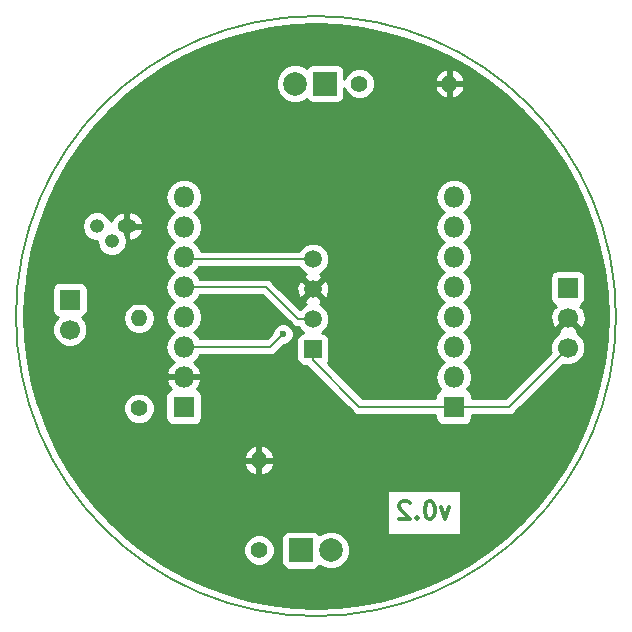
<source format=gbr>
%TF.GenerationSoftware,KiCad,Pcbnew,5.0.2+dfsg1-1~bpo9+1*%
%TF.CreationDate,2019-05-08T05:56:57+00:00*%
%TF.ProjectId,coinPCB,636f696e-5043-4422-9e6b-696361645f70,v0.2*%
%TF.SameCoordinates,Original*%
%TF.FileFunction,Copper,L2,Bot*%
%TF.FilePolarity,Positive*%
%FSLAX46Y46*%
G04 Gerber Fmt 4.6, Leading zero omitted, Abs format (unit mm)*
G04 Created by KiCad (PCBNEW 5.0.2+dfsg1-1~bpo9+1) date Wed 08 May 2019 05:56:57 AM UTC*
%MOMM*%
%LPD*%
G01*
G04 APERTURE LIST*
%ADD10C,0.300000*%
%ADD11C,0.150000*%
%ADD12C,1.700000*%
%ADD13R,1.700000X1.700000*%
%ADD14O,1.400000X1.400000*%
%ADD15C,1.400000*%
%ADD16O,1.200000X1.200000*%
%ADD17O,1.600000X1.200000*%
%ADD18C,1.500000*%
%ADD19R,1.500000X1.500000*%
%ADD20O,1.800000X1.800000*%
%ADD21R,1.800000X1.800000*%
%ADD22R,2.000000X2.000000*%
%ADD23C,2.000000*%
%ADD24C,0.600000*%
%ADD25C,0.200000*%
%ADD26C,0.127000*%
%ADD27C,0.250000*%
%ADD28C,0.254000*%
G04 APERTURE END LIST*
D10*
X152637857Y-119058571D02*
X152280714Y-120058571D01*
X151923571Y-119058571D01*
X151066428Y-118558571D02*
X150923571Y-118558571D01*
X150780714Y-118630000D01*
X150709285Y-118701428D01*
X150637857Y-118844285D01*
X150566428Y-119130000D01*
X150566428Y-119487142D01*
X150637857Y-119772857D01*
X150709285Y-119915714D01*
X150780714Y-119987142D01*
X150923571Y-120058571D01*
X151066428Y-120058571D01*
X151209285Y-119987142D01*
X151280714Y-119915714D01*
X151352142Y-119772857D01*
X151423571Y-119487142D01*
X151423571Y-119130000D01*
X151352142Y-118844285D01*
X151280714Y-118701428D01*
X151209285Y-118630000D01*
X151066428Y-118558571D01*
X149923571Y-119915714D02*
X149852142Y-119987142D01*
X149923571Y-120058571D01*
X149995000Y-119987142D01*
X149923571Y-119915714D01*
X149923571Y-120058571D01*
X149280714Y-118701428D02*
X149209285Y-118630000D01*
X149066428Y-118558571D01*
X148709285Y-118558571D01*
X148566428Y-118630000D01*
X148495000Y-118701428D01*
X148423571Y-118844285D01*
X148423571Y-118987142D01*
X148495000Y-119201428D01*
X149352142Y-120058571D01*
X148423571Y-120058571D01*
D11*
X166751000Y-102870000D02*
G75*
G03X166751000Y-102870000I-25400000J0D01*
G01*
D12*
X120523000Y-104013000D03*
D13*
X120523000Y-101473000D03*
D14*
X136525000Y-115062000D03*
D15*
X136525000Y-122682000D03*
D14*
X152654000Y-83185000D03*
D15*
X145034000Y-83185000D03*
D16*
X122809000Y-95250000D03*
X124079000Y-96520000D03*
D17*
X125349000Y-95250000D03*
D18*
X141097000Y-98044000D03*
X141097000Y-100584000D03*
X141097000Y-103124000D03*
D19*
X141097000Y-105664000D03*
D20*
X130157000Y-92774000D03*
X130157000Y-95314000D03*
X130157000Y-97854000D03*
X130157000Y-100394000D03*
X130157000Y-102934000D03*
X130157000Y-105474000D03*
X130157000Y-108014000D03*
D21*
X130157000Y-110554000D03*
D20*
X153017000Y-92774000D03*
X153017000Y-95314000D03*
X153017000Y-97854000D03*
X153017000Y-100394000D03*
X153017000Y-102934000D03*
X153017000Y-105474000D03*
X153017000Y-108014000D03*
D21*
X153017000Y-110554000D03*
D13*
X162662000Y-100482000D03*
D12*
X162687000Y-102997000D03*
X162687000Y-105537000D03*
D22*
X140081000Y-122682000D03*
D23*
X142621000Y-122682000D03*
D22*
X142113000Y-83185000D03*
D23*
X139573000Y-83185000D03*
D14*
X126365000Y-103060500D03*
D15*
X126365000Y-110680500D03*
D24*
X138557000Y-104394000D03*
D25*
X137477000Y-105474000D02*
X138557000Y-104394000D01*
X130157000Y-105474000D02*
X137477000Y-105474000D01*
D26*
X139827000Y-103124000D02*
X137097000Y-100394000D01*
X137097000Y-100394000D02*
X130157000Y-100394000D01*
X141097000Y-103124000D02*
X139827000Y-103124000D01*
X130347000Y-98044000D02*
X130157000Y-97854000D01*
X141097000Y-98044000D02*
X130347000Y-98044000D01*
D27*
X152827000Y-110744000D02*
X153017000Y-110554000D01*
D26*
X141097000Y-105664000D02*
X141097000Y-106541000D01*
D25*
X157670000Y-110554000D02*
X153017000Y-110554000D01*
X162687000Y-105537000D02*
X157670000Y-110554000D01*
X141097000Y-106614000D02*
X141097000Y-105664000D01*
X145037000Y-110554000D02*
X141097000Y-106614000D01*
X153017000Y-110554000D02*
X145037000Y-110554000D01*
D28*
G36*
X143288155Y-78256111D02*
X145213367Y-78483975D01*
X147114766Y-78862187D01*
X148980630Y-79388415D01*
X150799454Y-80059414D01*
X152560025Y-80871049D01*
X154251490Y-81818314D01*
X155863418Y-82895370D01*
X157385872Y-84095577D01*
X158809466Y-85411534D01*
X160125423Y-86835128D01*
X161325630Y-88357582D01*
X162402686Y-89969510D01*
X163349951Y-91660975D01*
X164161586Y-93421546D01*
X164832585Y-95240370D01*
X165358813Y-97106234D01*
X165737025Y-99007633D01*
X165964889Y-100932845D01*
X166041000Y-102870000D01*
X165964889Y-104807155D01*
X165737025Y-106732367D01*
X165358813Y-108633766D01*
X164832585Y-110499630D01*
X164161586Y-112318454D01*
X163349951Y-114079025D01*
X162402686Y-115770490D01*
X161325630Y-117382418D01*
X160125423Y-118904872D01*
X158809466Y-120328466D01*
X157385872Y-121644423D01*
X155863418Y-122844630D01*
X154251490Y-123921686D01*
X152560025Y-124868951D01*
X150799454Y-125680586D01*
X148980630Y-126351585D01*
X147114766Y-126877813D01*
X145213367Y-127256025D01*
X143288155Y-127483889D01*
X141351000Y-127560000D01*
X139413845Y-127483889D01*
X137488633Y-127256025D01*
X135587234Y-126877813D01*
X133721370Y-126351585D01*
X131902546Y-125680586D01*
X130141975Y-124868951D01*
X128450510Y-123921686D01*
X126838582Y-122844630D01*
X126295442Y-122416452D01*
X135190000Y-122416452D01*
X135190000Y-122947548D01*
X135393242Y-123438217D01*
X135768783Y-123813758D01*
X136259452Y-124017000D01*
X136790548Y-124017000D01*
X137281217Y-123813758D01*
X137656758Y-123438217D01*
X137860000Y-122947548D01*
X137860000Y-122416452D01*
X137656758Y-121925783D01*
X137412975Y-121682000D01*
X138433560Y-121682000D01*
X138433560Y-123682000D01*
X138482843Y-123929765D01*
X138623191Y-124139809D01*
X138833235Y-124280157D01*
X139081000Y-124329440D01*
X141081000Y-124329440D01*
X141328765Y-124280157D01*
X141538809Y-124139809D01*
X141630038Y-124003277D01*
X141694847Y-124068086D01*
X142295778Y-124317000D01*
X142946222Y-124317000D01*
X143547153Y-124068086D01*
X144007086Y-123608153D01*
X144256000Y-123007222D01*
X144256000Y-122356778D01*
X144007086Y-121755847D01*
X143547153Y-121295914D01*
X142946222Y-121047000D01*
X142295778Y-121047000D01*
X141694847Y-121295914D01*
X141630038Y-121360723D01*
X141538809Y-121224191D01*
X141328765Y-121083843D01*
X141081000Y-121034560D01*
X139081000Y-121034560D01*
X138833235Y-121083843D01*
X138623191Y-121224191D01*
X138482843Y-121434235D01*
X138433560Y-121682000D01*
X137412975Y-121682000D01*
X137281217Y-121550242D01*
X136790548Y-121347000D01*
X136259452Y-121347000D01*
X135768783Y-121550242D01*
X135393242Y-121925783D01*
X135190000Y-122416452D01*
X126295442Y-122416452D01*
X125316128Y-121644423D01*
X123892534Y-120328466D01*
X122576577Y-118904872D01*
X121540015Y-117590000D01*
X147352857Y-117590000D01*
X147352857Y-121410000D01*
X153637143Y-121410000D01*
X153637143Y-117590000D01*
X147352857Y-117590000D01*
X121540015Y-117590000D01*
X121376370Y-117382418D01*
X120299314Y-115770490D01*
X120089216Y-115395331D01*
X135232273Y-115395331D01*
X135458236Y-115864663D01*
X135846604Y-116211797D01*
X136191671Y-116354716D01*
X136398000Y-116231374D01*
X136398000Y-115189000D01*
X136652000Y-115189000D01*
X136652000Y-116231374D01*
X136858329Y-116354716D01*
X137203396Y-116211797D01*
X137591764Y-115864663D01*
X137817727Y-115395331D01*
X137695206Y-115189000D01*
X136652000Y-115189000D01*
X136398000Y-115189000D01*
X135354794Y-115189000D01*
X135232273Y-115395331D01*
X120089216Y-115395331D01*
X119715868Y-114728669D01*
X135232273Y-114728669D01*
X135354794Y-114935000D01*
X136398000Y-114935000D01*
X136398000Y-113892626D01*
X136652000Y-113892626D01*
X136652000Y-114935000D01*
X137695206Y-114935000D01*
X137817727Y-114728669D01*
X137591764Y-114259337D01*
X137203396Y-113912203D01*
X136858329Y-113769284D01*
X136652000Y-113892626D01*
X136398000Y-113892626D01*
X136191671Y-113769284D01*
X135846604Y-113912203D01*
X135458236Y-114259337D01*
X135232273Y-114728669D01*
X119715868Y-114728669D01*
X119352049Y-114079025D01*
X118540414Y-112318454D01*
X117869415Y-110499630D01*
X117845534Y-110414952D01*
X125030000Y-110414952D01*
X125030000Y-110946048D01*
X125233242Y-111436717D01*
X125608783Y-111812258D01*
X126099452Y-112015500D01*
X126630548Y-112015500D01*
X127121217Y-111812258D01*
X127496758Y-111436717D01*
X127700000Y-110946048D01*
X127700000Y-110414952D01*
X127496758Y-109924283D01*
X127226475Y-109654000D01*
X128609560Y-109654000D01*
X128609560Y-111454000D01*
X128658843Y-111701765D01*
X128799191Y-111911809D01*
X129009235Y-112052157D01*
X129257000Y-112101440D01*
X131057000Y-112101440D01*
X131304765Y-112052157D01*
X131514809Y-111911809D01*
X131655157Y-111701765D01*
X131704440Y-111454000D01*
X131704440Y-109654000D01*
X131655157Y-109406235D01*
X131514809Y-109196191D01*
X131304765Y-109055843D01*
X131253636Y-109045673D01*
X131469240Y-108810417D01*
X131648036Y-108378740D01*
X131527378Y-108141000D01*
X130284000Y-108141000D01*
X130284000Y-108161000D01*
X130030000Y-108161000D01*
X130030000Y-108141000D01*
X128786622Y-108141000D01*
X128665964Y-108378740D01*
X128844760Y-108810417D01*
X129060364Y-109045673D01*
X129009235Y-109055843D01*
X128799191Y-109196191D01*
X128658843Y-109406235D01*
X128609560Y-109654000D01*
X127226475Y-109654000D01*
X127121217Y-109548742D01*
X126630548Y-109345500D01*
X126099452Y-109345500D01*
X125608783Y-109548742D01*
X125233242Y-109924283D01*
X125030000Y-110414952D01*
X117845534Y-110414952D01*
X117343187Y-108633766D01*
X116964975Y-106732367D01*
X116737111Y-104807155D01*
X116661000Y-102870000D01*
X116737111Y-100932845D01*
X116773783Y-100623000D01*
X119025560Y-100623000D01*
X119025560Y-102323000D01*
X119074843Y-102570765D01*
X119215191Y-102780809D01*
X119425235Y-102921157D01*
X119499887Y-102936006D01*
X119264078Y-103171815D01*
X119038000Y-103717615D01*
X119038000Y-104308385D01*
X119264078Y-104854185D01*
X119681815Y-105271922D01*
X120227615Y-105498000D01*
X120818385Y-105498000D01*
X121364185Y-105271922D01*
X121781922Y-104854185D01*
X122008000Y-104308385D01*
X122008000Y-103717615D01*
X121781922Y-103171815D01*
X121670607Y-103060500D01*
X125003846Y-103060500D01*
X125107458Y-103581391D01*
X125402519Y-104022981D01*
X125844109Y-104318042D01*
X126233515Y-104395500D01*
X126496485Y-104395500D01*
X126885891Y-104318042D01*
X127327481Y-104022981D01*
X127622542Y-103581391D01*
X127726154Y-103060500D01*
X127622542Y-102539609D01*
X127327481Y-102098019D01*
X126885891Y-101802958D01*
X126496485Y-101725500D01*
X126233515Y-101725500D01*
X125844109Y-101802958D01*
X125402519Y-102098019D01*
X125107458Y-102539609D01*
X125003846Y-103060500D01*
X121670607Y-103060500D01*
X121546113Y-102936006D01*
X121620765Y-102921157D01*
X121830809Y-102780809D01*
X121971157Y-102570765D01*
X122020440Y-102323000D01*
X122020440Y-100623000D01*
X121971157Y-100375235D01*
X121830809Y-100165191D01*
X121620765Y-100024843D01*
X121373000Y-99975560D01*
X119673000Y-99975560D01*
X119425235Y-100024843D01*
X119215191Y-100165191D01*
X119074843Y-100375235D01*
X119025560Y-100623000D01*
X116773783Y-100623000D01*
X116964975Y-99007633D01*
X117343187Y-97106234D01*
X117866699Y-95250000D01*
X121549805Y-95250000D01*
X121645656Y-95731873D01*
X121918615Y-96140385D01*
X122327127Y-96413344D01*
X122687364Y-96485000D01*
X122826767Y-96485000D01*
X122819805Y-96520000D01*
X122915656Y-97001873D01*
X123188615Y-97410385D01*
X123597127Y-97683344D01*
X123957364Y-97755000D01*
X124200636Y-97755000D01*
X124560873Y-97683344D01*
X124969385Y-97410385D01*
X125242344Y-97001873D01*
X125338195Y-96520000D01*
X125242344Y-96038127D01*
X125222000Y-96007680D01*
X125222000Y-95377000D01*
X125476000Y-95377000D01*
X125476000Y-96329991D01*
X125670681Y-96484910D01*
X126133998Y-96344343D01*
X126508255Y-96037172D01*
X126736474Y-95610161D01*
X126742462Y-95567609D01*
X126617731Y-95377000D01*
X125476000Y-95377000D01*
X125222000Y-95377000D01*
X125202000Y-95377000D01*
X125202000Y-95123000D01*
X125222000Y-95123000D01*
X125222000Y-94170009D01*
X125476000Y-94170009D01*
X125476000Y-95123000D01*
X126617731Y-95123000D01*
X126742462Y-94932391D01*
X126736474Y-94889839D01*
X126508255Y-94462828D01*
X126133998Y-94155657D01*
X125670681Y-94015090D01*
X125476000Y-94170009D01*
X125222000Y-94170009D01*
X125027319Y-94015090D01*
X124564002Y-94155657D01*
X124189745Y-94462828D01*
X123987053Y-94842076D01*
X123972344Y-94768127D01*
X123699385Y-94359615D01*
X123290873Y-94086656D01*
X122930636Y-94015000D01*
X122687364Y-94015000D01*
X122327127Y-94086656D01*
X121918615Y-94359615D01*
X121645656Y-94768127D01*
X121549805Y-95250000D01*
X117866699Y-95250000D01*
X117869415Y-95240370D01*
X118540414Y-93421546D01*
X118838937Y-92774000D01*
X128591928Y-92774000D01*
X128711062Y-93372927D01*
X129050327Y-93880673D01*
X129294763Y-94044000D01*
X129050327Y-94207327D01*
X128711062Y-94715073D01*
X128591928Y-95314000D01*
X128711062Y-95912927D01*
X129050327Y-96420673D01*
X129294763Y-96584000D01*
X129050327Y-96747327D01*
X128711062Y-97255073D01*
X128591928Y-97854000D01*
X128711062Y-98452927D01*
X129050327Y-98960673D01*
X129294763Y-99124000D01*
X129050327Y-99287327D01*
X128711062Y-99795073D01*
X128591928Y-100394000D01*
X128711062Y-100992927D01*
X129050327Y-101500673D01*
X129294763Y-101664000D01*
X129050327Y-101827327D01*
X128711062Y-102335073D01*
X128591928Y-102934000D01*
X128711062Y-103532927D01*
X129050327Y-104040673D01*
X129294763Y-104204000D01*
X129050327Y-104367327D01*
X128711062Y-104875073D01*
X128591928Y-105474000D01*
X128711062Y-106072927D01*
X129050327Y-106580673D01*
X129304368Y-106750418D01*
X129249424Y-106776034D01*
X128844760Y-107217583D01*
X128665964Y-107649260D01*
X128786622Y-107887000D01*
X130030000Y-107887000D01*
X130030000Y-107867000D01*
X130284000Y-107867000D01*
X130284000Y-107887000D01*
X131527378Y-107887000D01*
X131648036Y-107649260D01*
X131469240Y-107217583D01*
X131064576Y-106776034D01*
X131009632Y-106750418D01*
X131263673Y-106580673D01*
X131512017Y-106209000D01*
X137404616Y-106209000D01*
X137477000Y-106223398D01*
X137549384Y-106209000D01*
X137549388Y-106209000D01*
X137763783Y-106166354D01*
X138006905Y-106003905D01*
X138047911Y-105942535D01*
X138661447Y-105329000D01*
X138742983Y-105329000D01*
X139086635Y-105186655D01*
X139349655Y-104923635D01*
X139492000Y-104579983D01*
X139492000Y-104208017D01*
X139349655Y-103864365D01*
X139086635Y-103601345D01*
X138742983Y-103459000D01*
X138371017Y-103459000D01*
X138027365Y-103601345D01*
X137764345Y-103864365D01*
X137622000Y-104208017D01*
X137622000Y-104289553D01*
X137172554Y-104739000D01*
X131512017Y-104739000D01*
X131263673Y-104367327D01*
X131019237Y-104204000D01*
X131263673Y-104040673D01*
X131602938Y-103532927D01*
X131722072Y-102934000D01*
X131602938Y-102335073D01*
X131263673Y-101827327D01*
X131019237Y-101664000D01*
X131263673Y-101500673D01*
X131536405Y-101092500D01*
X136807673Y-101092500D01*
X139284441Y-103569269D01*
X139323410Y-103627590D01*
X139554459Y-103781972D01*
X139758206Y-103822500D01*
X139758209Y-103822500D01*
X139826999Y-103836183D01*
X139887867Y-103824076D01*
X139922853Y-103908540D01*
X140291844Y-104277531D01*
X140099235Y-104315843D01*
X139889191Y-104456191D01*
X139748843Y-104666235D01*
X139699560Y-104914000D01*
X139699560Y-106414000D01*
X139748843Y-106661765D01*
X139889191Y-106871809D01*
X140099235Y-107012157D01*
X140347000Y-107061440D01*
X140511994Y-107061440D01*
X140567095Y-107143905D01*
X140628465Y-107184911D01*
X144466091Y-111022538D01*
X144507095Y-111083905D01*
X144750217Y-111246354D01*
X144964612Y-111289000D01*
X144964615Y-111289000D01*
X145036999Y-111303398D01*
X145109383Y-111289000D01*
X151469560Y-111289000D01*
X151469560Y-111454000D01*
X151518843Y-111701765D01*
X151659191Y-111911809D01*
X151869235Y-112052157D01*
X152117000Y-112101440D01*
X153917000Y-112101440D01*
X154164765Y-112052157D01*
X154374809Y-111911809D01*
X154515157Y-111701765D01*
X154564440Y-111454000D01*
X154564440Y-111289000D01*
X157597616Y-111289000D01*
X157670000Y-111303398D01*
X157742384Y-111289000D01*
X157742388Y-111289000D01*
X157956783Y-111246354D01*
X158199905Y-111083905D01*
X158240911Y-111022535D01*
X162285430Y-106978017D01*
X162391615Y-107022000D01*
X162982385Y-107022000D01*
X163528185Y-106795922D01*
X163945922Y-106378185D01*
X164172000Y-105832385D01*
X164172000Y-105241615D01*
X163945922Y-104695815D01*
X163528185Y-104278078D01*
X163481753Y-104258845D01*
X163551353Y-104040958D01*
X162687000Y-103176605D01*
X161822647Y-104040958D01*
X161892247Y-104258845D01*
X161845815Y-104278078D01*
X161428078Y-104695815D01*
X161202000Y-105241615D01*
X161202000Y-105832385D01*
X161245983Y-105938570D01*
X157365554Y-109819000D01*
X154564440Y-109819000D01*
X154564440Y-109654000D01*
X154515157Y-109406235D01*
X154374809Y-109196191D01*
X154166304Y-109056871D01*
X154462938Y-108612927D01*
X154582072Y-108014000D01*
X154462938Y-107415073D01*
X154123673Y-106907327D01*
X153879237Y-106744000D01*
X154123673Y-106580673D01*
X154462938Y-106072927D01*
X154582072Y-105474000D01*
X154462938Y-104875073D01*
X154123673Y-104367327D01*
X153879237Y-104204000D01*
X154123673Y-104040673D01*
X154462938Y-103532927D01*
X154582072Y-102934000D01*
X154462938Y-102335073D01*
X154123673Y-101827327D01*
X153879237Y-101664000D01*
X154123673Y-101500673D01*
X154462938Y-100992927D01*
X154582072Y-100394000D01*
X154462938Y-99795073D01*
X154353977Y-99632000D01*
X161164560Y-99632000D01*
X161164560Y-101332000D01*
X161213843Y-101579765D01*
X161354191Y-101789809D01*
X161564235Y-101930157D01*
X161607504Y-101938764D01*
X161528330Y-102017938D01*
X161643040Y-102132648D01*
X161391741Y-102212920D01*
X161190282Y-102768279D01*
X161216685Y-103358458D01*
X161391741Y-103781080D01*
X161643042Y-103861353D01*
X162507395Y-102997000D01*
X162493253Y-102982858D01*
X162672858Y-102803253D01*
X162687000Y-102817395D01*
X162701143Y-102803253D01*
X162880748Y-102982858D01*
X162866605Y-102997000D01*
X163730958Y-103861353D01*
X163982259Y-103781080D01*
X164183718Y-103225721D01*
X164157315Y-102635542D01*
X163982259Y-102212920D01*
X163730960Y-102132648D01*
X163845670Y-102017938D01*
X163758200Y-101930468D01*
X163759765Y-101930157D01*
X163969809Y-101789809D01*
X164110157Y-101579765D01*
X164159440Y-101332000D01*
X164159440Y-99632000D01*
X164110157Y-99384235D01*
X163969809Y-99174191D01*
X163759765Y-99033843D01*
X163512000Y-98984560D01*
X161812000Y-98984560D01*
X161564235Y-99033843D01*
X161354191Y-99174191D01*
X161213843Y-99384235D01*
X161164560Y-99632000D01*
X154353977Y-99632000D01*
X154123673Y-99287327D01*
X153879237Y-99124000D01*
X154123673Y-98960673D01*
X154462938Y-98452927D01*
X154582072Y-97854000D01*
X154462938Y-97255073D01*
X154123673Y-96747327D01*
X153879237Y-96584000D01*
X154123673Y-96420673D01*
X154462938Y-95912927D01*
X154582072Y-95314000D01*
X154462938Y-94715073D01*
X154123673Y-94207327D01*
X153879237Y-94044000D01*
X154123673Y-93880673D01*
X154462938Y-93372927D01*
X154582072Y-92774000D01*
X154462938Y-92175073D01*
X154123673Y-91667327D01*
X153615927Y-91328062D01*
X153168182Y-91239000D01*
X152865818Y-91239000D01*
X152418073Y-91328062D01*
X151910327Y-91667327D01*
X151571062Y-92175073D01*
X151451928Y-92774000D01*
X151571062Y-93372927D01*
X151910327Y-93880673D01*
X152154763Y-94044000D01*
X151910327Y-94207327D01*
X151571062Y-94715073D01*
X151451928Y-95314000D01*
X151571062Y-95912927D01*
X151910327Y-96420673D01*
X152154763Y-96584000D01*
X151910327Y-96747327D01*
X151571062Y-97255073D01*
X151451928Y-97854000D01*
X151571062Y-98452927D01*
X151910327Y-98960673D01*
X152154763Y-99124000D01*
X151910327Y-99287327D01*
X151571062Y-99795073D01*
X151451928Y-100394000D01*
X151571062Y-100992927D01*
X151910327Y-101500673D01*
X152154763Y-101664000D01*
X151910327Y-101827327D01*
X151571062Y-102335073D01*
X151451928Y-102934000D01*
X151571062Y-103532927D01*
X151910327Y-104040673D01*
X152154763Y-104204000D01*
X151910327Y-104367327D01*
X151571062Y-104875073D01*
X151451928Y-105474000D01*
X151571062Y-106072927D01*
X151910327Y-106580673D01*
X152154763Y-106744000D01*
X151910327Y-106907327D01*
X151571062Y-107415073D01*
X151451928Y-108014000D01*
X151571062Y-108612927D01*
X151867696Y-109056871D01*
X151659191Y-109196191D01*
X151518843Y-109406235D01*
X151469560Y-109654000D01*
X151469560Y-109819000D01*
X145341447Y-109819000D01*
X142340636Y-106818190D01*
X142445157Y-106661765D01*
X142494440Y-106414000D01*
X142494440Y-104914000D01*
X142445157Y-104666235D01*
X142304809Y-104456191D01*
X142094765Y-104315843D01*
X141902156Y-104277531D01*
X142271147Y-103908540D01*
X142482000Y-103399494D01*
X142482000Y-102848506D01*
X142271147Y-102339460D01*
X141881540Y-101949853D01*
X141666070Y-101860603D01*
X141820923Y-101796460D01*
X141888912Y-101555517D01*
X141097000Y-100763605D01*
X140305088Y-101555517D01*
X140373077Y-101796460D01*
X140539658Y-101855745D01*
X140312460Y-101949853D01*
X139976570Y-102285743D01*
X138069998Y-100379171D01*
X139699799Y-100379171D01*
X139727770Y-100929448D01*
X139884540Y-101307923D01*
X140125483Y-101375912D01*
X140917395Y-100584000D01*
X141276605Y-100584000D01*
X142068517Y-101375912D01*
X142309460Y-101307923D01*
X142494201Y-100788829D01*
X142466230Y-100238552D01*
X142309460Y-99860077D01*
X142068517Y-99792088D01*
X141276605Y-100584000D01*
X140917395Y-100584000D01*
X140125483Y-99792088D01*
X139884540Y-99860077D01*
X139699799Y-100379171D01*
X138069998Y-100379171D01*
X137639560Y-99948733D01*
X137600590Y-99890410D01*
X137369541Y-99736028D01*
X137165794Y-99695500D01*
X137165790Y-99695500D01*
X137097000Y-99681817D01*
X137028210Y-99695500D01*
X131536405Y-99695500D01*
X131263673Y-99287327D01*
X131019237Y-99124000D01*
X131263673Y-98960673D01*
X131409452Y-98742500D01*
X139887214Y-98742500D01*
X139922853Y-98828540D01*
X140312460Y-99218147D01*
X140527930Y-99307397D01*
X140373077Y-99371540D01*
X140305088Y-99612483D01*
X141097000Y-100404395D01*
X141888912Y-99612483D01*
X141820923Y-99371540D01*
X141654342Y-99312255D01*
X141881540Y-99218147D01*
X142271147Y-98828540D01*
X142482000Y-98319494D01*
X142482000Y-97768506D01*
X142271147Y-97259460D01*
X141881540Y-96869853D01*
X141372494Y-96659000D01*
X140821506Y-96659000D01*
X140312460Y-96869853D01*
X139922853Y-97259460D01*
X139887214Y-97345500D01*
X131620925Y-97345500D01*
X131602938Y-97255073D01*
X131263673Y-96747327D01*
X131019237Y-96584000D01*
X131263673Y-96420673D01*
X131602938Y-95912927D01*
X131722072Y-95314000D01*
X131602938Y-94715073D01*
X131263673Y-94207327D01*
X131019237Y-94044000D01*
X131263673Y-93880673D01*
X131602938Y-93372927D01*
X131722072Y-92774000D01*
X131602938Y-92175073D01*
X131263673Y-91667327D01*
X130755927Y-91328062D01*
X130308182Y-91239000D01*
X130005818Y-91239000D01*
X129558073Y-91328062D01*
X129050327Y-91667327D01*
X128711062Y-92175073D01*
X128591928Y-92774000D01*
X118838937Y-92774000D01*
X119352049Y-91660975D01*
X120299314Y-89969510D01*
X121376370Y-88357582D01*
X122576577Y-86835128D01*
X123892534Y-85411534D01*
X125316128Y-84095577D01*
X126838582Y-82895370D01*
X126891849Y-82859778D01*
X137938000Y-82859778D01*
X137938000Y-83510222D01*
X138186914Y-84111153D01*
X138646847Y-84571086D01*
X139247778Y-84820000D01*
X139898222Y-84820000D01*
X140499153Y-84571086D01*
X140563962Y-84506277D01*
X140655191Y-84642809D01*
X140865235Y-84783157D01*
X141113000Y-84832440D01*
X143113000Y-84832440D01*
X143360765Y-84783157D01*
X143570809Y-84642809D01*
X143711157Y-84432765D01*
X143760440Y-84185000D01*
X143760440Y-83598877D01*
X143902242Y-83941217D01*
X144277783Y-84316758D01*
X144768452Y-84520000D01*
X145299548Y-84520000D01*
X145790217Y-84316758D01*
X146165758Y-83941217D01*
X146340924Y-83518329D01*
X151361284Y-83518329D01*
X151504203Y-83863396D01*
X151851337Y-84251764D01*
X152320669Y-84477727D01*
X152527000Y-84355206D01*
X152527000Y-83312000D01*
X152781000Y-83312000D01*
X152781000Y-84355206D01*
X152987331Y-84477727D01*
X153456663Y-84251764D01*
X153803797Y-83863396D01*
X153946716Y-83518329D01*
X153823374Y-83312000D01*
X152781000Y-83312000D01*
X152527000Y-83312000D01*
X151484626Y-83312000D01*
X151361284Y-83518329D01*
X146340924Y-83518329D01*
X146369000Y-83450548D01*
X146369000Y-82919452D01*
X146340925Y-82851671D01*
X151361284Y-82851671D01*
X151484626Y-83058000D01*
X152527000Y-83058000D01*
X152527000Y-82014794D01*
X152781000Y-82014794D01*
X152781000Y-83058000D01*
X153823374Y-83058000D01*
X153946716Y-82851671D01*
X153803797Y-82506604D01*
X153456663Y-82118236D01*
X152987331Y-81892273D01*
X152781000Y-82014794D01*
X152527000Y-82014794D01*
X152320669Y-81892273D01*
X151851337Y-82118236D01*
X151504203Y-82506604D01*
X151361284Y-82851671D01*
X146340925Y-82851671D01*
X146165758Y-82428783D01*
X145790217Y-82053242D01*
X145299548Y-81850000D01*
X144768452Y-81850000D01*
X144277783Y-82053242D01*
X143902242Y-82428783D01*
X143760440Y-82771123D01*
X143760440Y-82185000D01*
X143711157Y-81937235D01*
X143570809Y-81727191D01*
X143360765Y-81586843D01*
X143113000Y-81537560D01*
X141113000Y-81537560D01*
X140865235Y-81586843D01*
X140655191Y-81727191D01*
X140563962Y-81863723D01*
X140499153Y-81798914D01*
X139898222Y-81550000D01*
X139247778Y-81550000D01*
X138646847Y-81798914D01*
X138186914Y-82258847D01*
X137938000Y-82859778D01*
X126891849Y-82859778D01*
X128450510Y-81818314D01*
X130141975Y-80871049D01*
X131902546Y-80059414D01*
X133721370Y-79388415D01*
X135587234Y-78862187D01*
X137488633Y-78483975D01*
X139413845Y-78256111D01*
X141351000Y-78180000D01*
X143288155Y-78256111D01*
X143288155Y-78256111D01*
G37*
X143288155Y-78256111D02*
X145213367Y-78483975D01*
X147114766Y-78862187D01*
X148980630Y-79388415D01*
X150799454Y-80059414D01*
X152560025Y-80871049D01*
X154251490Y-81818314D01*
X155863418Y-82895370D01*
X157385872Y-84095577D01*
X158809466Y-85411534D01*
X160125423Y-86835128D01*
X161325630Y-88357582D01*
X162402686Y-89969510D01*
X163349951Y-91660975D01*
X164161586Y-93421546D01*
X164832585Y-95240370D01*
X165358813Y-97106234D01*
X165737025Y-99007633D01*
X165964889Y-100932845D01*
X166041000Y-102870000D01*
X165964889Y-104807155D01*
X165737025Y-106732367D01*
X165358813Y-108633766D01*
X164832585Y-110499630D01*
X164161586Y-112318454D01*
X163349951Y-114079025D01*
X162402686Y-115770490D01*
X161325630Y-117382418D01*
X160125423Y-118904872D01*
X158809466Y-120328466D01*
X157385872Y-121644423D01*
X155863418Y-122844630D01*
X154251490Y-123921686D01*
X152560025Y-124868951D01*
X150799454Y-125680586D01*
X148980630Y-126351585D01*
X147114766Y-126877813D01*
X145213367Y-127256025D01*
X143288155Y-127483889D01*
X141351000Y-127560000D01*
X139413845Y-127483889D01*
X137488633Y-127256025D01*
X135587234Y-126877813D01*
X133721370Y-126351585D01*
X131902546Y-125680586D01*
X130141975Y-124868951D01*
X128450510Y-123921686D01*
X126838582Y-122844630D01*
X126295442Y-122416452D01*
X135190000Y-122416452D01*
X135190000Y-122947548D01*
X135393242Y-123438217D01*
X135768783Y-123813758D01*
X136259452Y-124017000D01*
X136790548Y-124017000D01*
X137281217Y-123813758D01*
X137656758Y-123438217D01*
X137860000Y-122947548D01*
X137860000Y-122416452D01*
X137656758Y-121925783D01*
X137412975Y-121682000D01*
X138433560Y-121682000D01*
X138433560Y-123682000D01*
X138482843Y-123929765D01*
X138623191Y-124139809D01*
X138833235Y-124280157D01*
X139081000Y-124329440D01*
X141081000Y-124329440D01*
X141328765Y-124280157D01*
X141538809Y-124139809D01*
X141630038Y-124003277D01*
X141694847Y-124068086D01*
X142295778Y-124317000D01*
X142946222Y-124317000D01*
X143547153Y-124068086D01*
X144007086Y-123608153D01*
X144256000Y-123007222D01*
X144256000Y-122356778D01*
X144007086Y-121755847D01*
X143547153Y-121295914D01*
X142946222Y-121047000D01*
X142295778Y-121047000D01*
X141694847Y-121295914D01*
X141630038Y-121360723D01*
X141538809Y-121224191D01*
X141328765Y-121083843D01*
X141081000Y-121034560D01*
X139081000Y-121034560D01*
X138833235Y-121083843D01*
X138623191Y-121224191D01*
X138482843Y-121434235D01*
X138433560Y-121682000D01*
X137412975Y-121682000D01*
X137281217Y-121550242D01*
X136790548Y-121347000D01*
X136259452Y-121347000D01*
X135768783Y-121550242D01*
X135393242Y-121925783D01*
X135190000Y-122416452D01*
X126295442Y-122416452D01*
X125316128Y-121644423D01*
X123892534Y-120328466D01*
X122576577Y-118904872D01*
X121540015Y-117590000D01*
X147352857Y-117590000D01*
X147352857Y-121410000D01*
X153637143Y-121410000D01*
X153637143Y-117590000D01*
X147352857Y-117590000D01*
X121540015Y-117590000D01*
X121376370Y-117382418D01*
X120299314Y-115770490D01*
X120089216Y-115395331D01*
X135232273Y-115395331D01*
X135458236Y-115864663D01*
X135846604Y-116211797D01*
X136191671Y-116354716D01*
X136398000Y-116231374D01*
X136398000Y-115189000D01*
X136652000Y-115189000D01*
X136652000Y-116231374D01*
X136858329Y-116354716D01*
X137203396Y-116211797D01*
X137591764Y-115864663D01*
X137817727Y-115395331D01*
X137695206Y-115189000D01*
X136652000Y-115189000D01*
X136398000Y-115189000D01*
X135354794Y-115189000D01*
X135232273Y-115395331D01*
X120089216Y-115395331D01*
X119715868Y-114728669D01*
X135232273Y-114728669D01*
X135354794Y-114935000D01*
X136398000Y-114935000D01*
X136398000Y-113892626D01*
X136652000Y-113892626D01*
X136652000Y-114935000D01*
X137695206Y-114935000D01*
X137817727Y-114728669D01*
X137591764Y-114259337D01*
X137203396Y-113912203D01*
X136858329Y-113769284D01*
X136652000Y-113892626D01*
X136398000Y-113892626D01*
X136191671Y-113769284D01*
X135846604Y-113912203D01*
X135458236Y-114259337D01*
X135232273Y-114728669D01*
X119715868Y-114728669D01*
X119352049Y-114079025D01*
X118540414Y-112318454D01*
X117869415Y-110499630D01*
X117845534Y-110414952D01*
X125030000Y-110414952D01*
X125030000Y-110946048D01*
X125233242Y-111436717D01*
X125608783Y-111812258D01*
X126099452Y-112015500D01*
X126630548Y-112015500D01*
X127121217Y-111812258D01*
X127496758Y-111436717D01*
X127700000Y-110946048D01*
X127700000Y-110414952D01*
X127496758Y-109924283D01*
X127226475Y-109654000D01*
X128609560Y-109654000D01*
X128609560Y-111454000D01*
X128658843Y-111701765D01*
X128799191Y-111911809D01*
X129009235Y-112052157D01*
X129257000Y-112101440D01*
X131057000Y-112101440D01*
X131304765Y-112052157D01*
X131514809Y-111911809D01*
X131655157Y-111701765D01*
X131704440Y-111454000D01*
X131704440Y-109654000D01*
X131655157Y-109406235D01*
X131514809Y-109196191D01*
X131304765Y-109055843D01*
X131253636Y-109045673D01*
X131469240Y-108810417D01*
X131648036Y-108378740D01*
X131527378Y-108141000D01*
X130284000Y-108141000D01*
X130284000Y-108161000D01*
X130030000Y-108161000D01*
X130030000Y-108141000D01*
X128786622Y-108141000D01*
X128665964Y-108378740D01*
X128844760Y-108810417D01*
X129060364Y-109045673D01*
X129009235Y-109055843D01*
X128799191Y-109196191D01*
X128658843Y-109406235D01*
X128609560Y-109654000D01*
X127226475Y-109654000D01*
X127121217Y-109548742D01*
X126630548Y-109345500D01*
X126099452Y-109345500D01*
X125608783Y-109548742D01*
X125233242Y-109924283D01*
X125030000Y-110414952D01*
X117845534Y-110414952D01*
X117343187Y-108633766D01*
X116964975Y-106732367D01*
X116737111Y-104807155D01*
X116661000Y-102870000D01*
X116737111Y-100932845D01*
X116773783Y-100623000D01*
X119025560Y-100623000D01*
X119025560Y-102323000D01*
X119074843Y-102570765D01*
X119215191Y-102780809D01*
X119425235Y-102921157D01*
X119499887Y-102936006D01*
X119264078Y-103171815D01*
X119038000Y-103717615D01*
X119038000Y-104308385D01*
X119264078Y-104854185D01*
X119681815Y-105271922D01*
X120227615Y-105498000D01*
X120818385Y-105498000D01*
X121364185Y-105271922D01*
X121781922Y-104854185D01*
X122008000Y-104308385D01*
X122008000Y-103717615D01*
X121781922Y-103171815D01*
X121670607Y-103060500D01*
X125003846Y-103060500D01*
X125107458Y-103581391D01*
X125402519Y-104022981D01*
X125844109Y-104318042D01*
X126233515Y-104395500D01*
X126496485Y-104395500D01*
X126885891Y-104318042D01*
X127327481Y-104022981D01*
X127622542Y-103581391D01*
X127726154Y-103060500D01*
X127622542Y-102539609D01*
X127327481Y-102098019D01*
X126885891Y-101802958D01*
X126496485Y-101725500D01*
X126233515Y-101725500D01*
X125844109Y-101802958D01*
X125402519Y-102098019D01*
X125107458Y-102539609D01*
X125003846Y-103060500D01*
X121670607Y-103060500D01*
X121546113Y-102936006D01*
X121620765Y-102921157D01*
X121830809Y-102780809D01*
X121971157Y-102570765D01*
X122020440Y-102323000D01*
X122020440Y-100623000D01*
X121971157Y-100375235D01*
X121830809Y-100165191D01*
X121620765Y-100024843D01*
X121373000Y-99975560D01*
X119673000Y-99975560D01*
X119425235Y-100024843D01*
X119215191Y-100165191D01*
X119074843Y-100375235D01*
X119025560Y-100623000D01*
X116773783Y-100623000D01*
X116964975Y-99007633D01*
X117343187Y-97106234D01*
X117866699Y-95250000D01*
X121549805Y-95250000D01*
X121645656Y-95731873D01*
X121918615Y-96140385D01*
X122327127Y-96413344D01*
X122687364Y-96485000D01*
X122826767Y-96485000D01*
X122819805Y-96520000D01*
X122915656Y-97001873D01*
X123188615Y-97410385D01*
X123597127Y-97683344D01*
X123957364Y-97755000D01*
X124200636Y-97755000D01*
X124560873Y-97683344D01*
X124969385Y-97410385D01*
X125242344Y-97001873D01*
X125338195Y-96520000D01*
X125242344Y-96038127D01*
X125222000Y-96007680D01*
X125222000Y-95377000D01*
X125476000Y-95377000D01*
X125476000Y-96329991D01*
X125670681Y-96484910D01*
X126133998Y-96344343D01*
X126508255Y-96037172D01*
X126736474Y-95610161D01*
X126742462Y-95567609D01*
X126617731Y-95377000D01*
X125476000Y-95377000D01*
X125222000Y-95377000D01*
X125202000Y-95377000D01*
X125202000Y-95123000D01*
X125222000Y-95123000D01*
X125222000Y-94170009D01*
X125476000Y-94170009D01*
X125476000Y-95123000D01*
X126617731Y-95123000D01*
X126742462Y-94932391D01*
X126736474Y-94889839D01*
X126508255Y-94462828D01*
X126133998Y-94155657D01*
X125670681Y-94015090D01*
X125476000Y-94170009D01*
X125222000Y-94170009D01*
X125027319Y-94015090D01*
X124564002Y-94155657D01*
X124189745Y-94462828D01*
X123987053Y-94842076D01*
X123972344Y-94768127D01*
X123699385Y-94359615D01*
X123290873Y-94086656D01*
X122930636Y-94015000D01*
X122687364Y-94015000D01*
X122327127Y-94086656D01*
X121918615Y-94359615D01*
X121645656Y-94768127D01*
X121549805Y-95250000D01*
X117866699Y-95250000D01*
X117869415Y-95240370D01*
X118540414Y-93421546D01*
X118838937Y-92774000D01*
X128591928Y-92774000D01*
X128711062Y-93372927D01*
X129050327Y-93880673D01*
X129294763Y-94044000D01*
X129050327Y-94207327D01*
X128711062Y-94715073D01*
X128591928Y-95314000D01*
X128711062Y-95912927D01*
X129050327Y-96420673D01*
X129294763Y-96584000D01*
X129050327Y-96747327D01*
X128711062Y-97255073D01*
X128591928Y-97854000D01*
X128711062Y-98452927D01*
X129050327Y-98960673D01*
X129294763Y-99124000D01*
X129050327Y-99287327D01*
X128711062Y-99795073D01*
X128591928Y-100394000D01*
X128711062Y-100992927D01*
X129050327Y-101500673D01*
X129294763Y-101664000D01*
X129050327Y-101827327D01*
X128711062Y-102335073D01*
X128591928Y-102934000D01*
X128711062Y-103532927D01*
X129050327Y-104040673D01*
X129294763Y-104204000D01*
X129050327Y-104367327D01*
X128711062Y-104875073D01*
X128591928Y-105474000D01*
X128711062Y-106072927D01*
X129050327Y-106580673D01*
X129304368Y-106750418D01*
X129249424Y-106776034D01*
X128844760Y-107217583D01*
X128665964Y-107649260D01*
X128786622Y-107887000D01*
X130030000Y-107887000D01*
X130030000Y-107867000D01*
X130284000Y-107867000D01*
X130284000Y-107887000D01*
X131527378Y-107887000D01*
X131648036Y-107649260D01*
X131469240Y-107217583D01*
X131064576Y-106776034D01*
X131009632Y-106750418D01*
X131263673Y-106580673D01*
X131512017Y-106209000D01*
X137404616Y-106209000D01*
X137477000Y-106223398D01*
X137549384Y-106209000D01*
X137549388Y-106209000D01*
X137763783Y-106166354D01*
X138006905Y-106003905D01*
X138047911Y-105942535D01*
X138661447Y-105329000D01*
X138742983Y-105329000D01*
X139086635Y-105186655D01*
X139349655Y-104923635D01*
X139492000Y-104579983D01*
X139492000Y-104208017D01*
X139349655Y-103864365D01*
X139086635Y-103601345D01*
X138742983Y-103459000D01*
X138371017Y-103459000D01*
X138027365Y-103601345D01*
X137764345Y-103864365D01*
X137622000Y-104208017D01*
X137622000Y-104289553D01*
X137172554Y-104739000D01*
X131512017Y-104739000D01*
X131263673Y-104367327D01*
X131019237Y-104204000D01*
X131263673Y-104040673D01*
X131602938Y-103532927D01*
X131722072Y-102934000D01*
X131602938Y-102335073D01*
X131263673Y-101827327D01*
X131019237Y-101664000D01*
X131263673Y-101500673D01*
X131536405Y-101092500D01*
X136807673Y-101092500D01*
X139284441Y-103569269D01*
X139323410Y-103627590D01*
X139554459Y-103781972D01*
X139758206Y-103822500D01*
X139758209Y-103822500D01*
X139826999Y-103836183D01*
X139887867Y-103824076D01*
X139922853Y-103908540D01*
X140291844Y-104277531D01*
X140099235Y-104315843D01*
X139889191Y-104456191D01*
X139748843Y-104666235D01*
X139699560Y-104914000D01*
X139699560Y-106414000D01*
X139748843Y-106661765D01*
X139889191Y-106871809D01*
X140099235Y-107012157D01*
X140347000Y-107061440D01*
X140511994Y-107061440D01*
X140567095Y-107143905D01*
X140628465Y-107184911D01*
X144466091Y-111022538D01*
X144507095Y-111083905D01*
X144750217Y-111246354D01*
X144964612Y-111289000D01*
X144964615Y-111289000D01*
X145036999Y-111303398D01*
X145109383Y-111289000D01*
X151469560Y-111289000D01*
X151469560Y-111454000D01*
X151518843Y-111701765D01*
X151659191Y-111911809D01*
X151869235Y-112052157D01*
X152117000Y-112101440D01*
X153917000Y-112101440D01*
X154164765Y-112052157D01*
X154374809Y-111911809D01*
X154515157Y-111701765D01*
X154564440Y-111454000D01*
X154564440Y-111289000D01*
X157597616Y-111289000D01*
X157670000Y-111303398D01*
X157742384Y-111289000D01*
X157742388Y-111289000D01*
X157956783Y-111246354D01*
X158199905Y-111083905D01*
X158240911Y-111022535D01*
X162285430Y-106978017D01*
X162391615Y-107022000D01*
X162982385Y-107022000D01*
X163528185Y-106795922D01*
X163945922Y-106378185D01*
X164172000Y-105832385D01*
X164172000Y-105241615D01*
X163945922Y-104695815D01*
X163528185Y-104278078D01*
X163481753Y-104258845D01*
X163551353Y-104040958D01*
X162687000Y-103176605D01*
X161822647Y-104040958D01*
X161892247Y-104258845D01*
X161845815Y-104278078D01*
X161428078Y-104695815D01*
X161202000Y-105241615D01*
X161202000Y-105832385D01*
X161245983Y-105938570D01*
X157365554Y-109819000D01*
X154564440Y-109819000D01*
X154564440Y-109654000D01*
X154515157Y-109406235D01*
X154374809Y-109196191D01*
X154166304Y-109056871D01*
X154462938Y-108612927D01*
X154582072Y-108014000D01*
X154462938Y-107415073D01*
X154123673Y-106907327D01*
X153879237Y-106744000D01*
X154123673Y-106580673D01*
X154462938Y-106072927D01*
X154582072Y-105474000D01*
X154462938Y-104875073D01*
X154123673Y-104367327D01*
X153879237Y-104204000D01*
X154123673Y-104040673D01*
X154462938Y-103532927D01*
X154582072Y-102934000D01*
X154462938Y-102335073D01*
X154123673Y-101827327D01*
X153879237Y-101664000D01*
X154123673Y-101500673D01*
X154462938Y-100992927D01*
X154582072Y-100394000D01*
X154462938Y-99795073D01*
X154353977Y-99632000D01*
X161164560Y-99632000D01*
X161164560Y-101332000D01*
X161213843Y-101579765D01*
X161354191Y-101789809D01*
X161564235Y-101930157D01*
X161607504Y-101938764D01*
X161528330Y-102017938D01*
X161643040Y-102132648D01*
X161391741Y-102212920D01*
X161190282Y-102768279D01*
X161216685Y-103358458D01*
X161391741Y-103781080D01*
X161643042Y-103861353D01*
X162507395Y-102997000D01*
X162493253Y-102982858D01*
X162672858Y-102803253D01*
X162687000Y-102817395D01*
X162701143Y-102803253D01*
X162880748Y-102982858D01*
X162866605Y-102997000D01*
X163730958Y-103861353D01*
X163982259Y-103781080D01*
X164183718Y-103225721D01*
X164157315Y-102635542D01*
X163982259Y-102212920D01*
X163730960Y-102132648D01*
X163845670Y-102017938D01*
X163758200Y-101930468D01*
X163759765Y-101930157D01*
X163969809Y-101789809D01*
X164110157Y-101579765D01*
X164159440Y-101332000D01*
X164159440Y-99632000D01*
X164110157Y-99384235D01*
X163969809Y-99174191D01*
X163759765Y-99033843D01*
X163512000Y-98984560D01*
X161812000Y-98984560D01*
X161564235Y-99033843D01*
X161354191Y-99174191D01*
X161213843Y-99384235D01*
X161164560Y-99632000D01*
X154353977Y-99632000D01*
X154123673Y-99287327D01*
X153879237Y-99124000D01*
X154123673Y-98960673D01*
X154462938Y-98452927D01*
X154582072Y-97854000D01*
X154462938Y-97255073D01*
X154123673Y-96747327D01*
X153879237Y-96584000D01*
X154123673Y-96420673D01*
X154462938Y-95912927D01*
X154582072Y-95314000D01*
X154462938Y-94715073D01*
X154123673Y-94207327D01*
X153879237Y-94044000D01*
X154123673Y-93880673D01*
X154462938Y-93372927D01*
X154582072Y-92774000D01*
X154462938Y-92175073D01*
X154123673Y-91667327D01*
X153615927Y-91328062D01*
X153168182Y-91239000D01*
X152865818Y-91239000D01*
X152418073Y-91328062D01*
X151910327Y-91667327D01*
X151571062Y-92175073D01*
X151451928Y-92774000D01*
X151571062Y-93372927D01*
X151910327Y-93880673D01*
X152154763Y-94044000D01*
X151910327Y-94207327D01*
X151571062Y-94715073D01*
X151451928Y-95314000D01*
X151571062Y-95912927D01*
X151910327Y-96420673D01*
X152154763Y-96584000D01*
X151910327Y-96747327D01*
X151571062Y-97255073D01*
X151451928Y-97854000D01*
X151571062Y-98452927D01*
X151910327Y-98960673D01*
X152154763Y-99124000D01*
X151910327Y-99287327D01*
X151571062Y-99795073D01*
X151451928Y-100394000D01*
X151571062Y-100992927D01*
X151910327Y-101500673D01*
X152154763Y-101664000D01*
X151910327Y-101827327D01*
X151571062Y-102335073D01*
X151451928Y-102934000D01*
X151571062Y-103532927D01*
X151910327Y-104040673D01*
X152154763Y-104204000D01*
X151910327Y-104367327D01*
X151571062Y-104875073D01*
X151451928Y-105474000D01*
X151571062Y-106072927D01*
X151910327Y-106580673D01*
X152154763Y-106744000D01*
X151910327Y-106907327D01*
X151571062Y-107415073D01*
X151451928Y-108014000D01*
X151571062Y-108612927D01*
X151867696Y-109056871D01*
X151659191Y-109196191D01*
X151518843Y-109406235D01*
X151469560Y-109654000D01*
X151469560Y-109819000D01*
X145341447Y-109819000D01*
X142340636Y-106818190D01*
X142445157Y-106661765D01*
X142494440Y-106414000D01*
X142494440Y-104914000D01*
X142445157Y-104666235D01*
X142304809Y-104456191D01*
X142094765Y-104315843D01*
X141902156Y-104277531D01*
X142271147Y-103908540D01*
X142482000Y-103399494D01*
X142482000Y-102848506D01*
X142271147Y-102339460D01*
X141881540Y-101949853D01*
X141666070Y-101860603D01*
X141820923Y-101796460D01*
X141888912Y-101555517D01*
X141097000Y-100763605D01*
X140305088Y-101555517D01*
X140373077Y-101796460D01*
X140539658Y-101855745D01*
X140312460Y-101949853D01*
X139976570Y-102285743D01*
X138069998Y-100379171D01*
X139699799Y-100379171D01*
X139727770Y-100929448D01*
X139884540Y-101307923D01*
X140125483Y-101375912D01*
X140917395Y-100584000D01*
X141276605Y-100584000D01*
X142068517Y-101375912D01*
X142309460Y-101307923D01*
X142494201Y-100788829D01*
X142466230Y-100238552D01*
X142309460Y-99860077D01*
X142068517Y-99792088D01*
X141276605Y-100584000D01*
X140917395Y-100584000D01*
X140125483Y-99792088D01*
X139884540Y-99860077D01*
X139699799Y-100379171D01*
X138069998Y-100379171D01*
X137639560Y-99948733D01*
X137600590Y-99890410D01*
X137369541Y-99736028D01*
X137165794Y-99695500D01*
X137165790Y-99695500D01*
X137097000Y-99681817D01*
X137028210Y-99695500D01*
X131536405Y-99695500D01*
X131263673Y-99287327D01*
X131019237Y-99124000D01*
X131263673Y-98960673D01*
X131409452Y-98742500D01*
X139887214Y-98742500D01*
X139922853Y-98828540D01*
X140312460Y-99218147D01*
X140527930Y-99307397D01*
X140373077Y-99371540D01*
X140305088Y-99612483D01*
X141097000Y-100404395D01*
X141888912Y-99612483D01*
X141820923Y-99371540D01*
X141654342Y-99312255D01*
X141881540Y-99218147D01*
X142271147Y-98828540D01*
X142482000Y-98319494D01*
X142482000Y-97768506D01*
X142271147Y-97259460D01*
X141881540Y-96869853D01*
X141372494Y-96659000D01*
X140821506Y-96659000D01*
X140312460Y-96869853D01*
X139922853Y-97259460D01*
X139887214Y-97345500D01*
X131620925Y-97345500D01*
X131602938Y-97255073D01*
X131263673Y-96747327D01*
X131019237Y-96584000D01*
X131263673Y-96420673D01*
X131602938Y-95912927D01*
X131722072Y-95314000D01*
X131602938Y-94715073D01*
X131263673Y-94207327D01*
X131019237Y-94044000D01*
X131263673Y-93880673D01*
X131602938Y-93372927D01*
X131722072Y-92774000D01*
X131602938Y-92175073D01*
X131263673Y-91667327D01*
X130755927Y-91328062D01*
X130308182Y-91239000D01*
X130005818Y-91239000D01*
X129558073Y-91328062D01*
X129050327Y-91667327D01*
X128711062Y-92175073D01*
X128591928Y-92774000D01*
X118838937Y-92774000D01*
X119352049Y-91660975D01*
X120299314Y-89969510D01*
X121376370Y-88357582D01*
X122576577Y-86835128D01*
X123892534Y-85411534D01*
X125316128Y-84095577D01*
X126838582Y-82895370D01*
X126891849Y-82859778D01*
X137938000Y-82859778D01*
X137938000Y-83510222D01*
X138186914Y-84111153D01*
X138646847Y-84571086D01*
X139247778Y-84820000D01*
X139898222Y-84820000D01*
X140499153Y-84571086D01*
X140563962Y-84506277D01*
X140655191Y-84642809D01*
X140865235Y-84783157D01*
X141113000Y-84832440D01*
X143113000Y-84832440D01*
X143360765Y-84783157D01*
X143570809Y-84642809D01*
X143711157Y-84432765D01*
X143760440Y-84185000D01*
X143760440Y-83598877D01*
X143902242Y-83941217D01*
X144277783Y-84316758D01*
X144768452Y-84520000D01*
X145299548Y-84520000D01*
X145790217Y-84316758D01*
X146165758Y-83941217D01*
X146340924Y-83518329D01*
X151361284Y-83518329D01*
X151504203Y-83863396D01*
X151851337Y-84251764D01*
X152320669Y-84477727D01*
X152527000Y-84355206D01*
X152527000Y-83312000D01*
X152781000Y-83312000D01*
X152781000Y-84355206D01*
X152987331Y-84477727D01*
X153456663Y-84251764D01*
X153803797Y-83863396D01*
X153946716Y-83518329D01*
X153823374Y-83312000D01*
X152781000Y-83312000D01*
X152527000Y-83312000D01*
X151484626Y-83312000D01*
X151361284Y-83518329D01*
X146340924Y-83518329D01*
X146369000Y-83450548D01*
X146369000Y-82919452D01*
X146340925Y-82851671D01*
X151361284Y-82851671D01*
X151484626Y-83058000D01*
X152527000Y-83058000D01*
X152527000Y-82014794D01*
X152781000Y-82014794D01*
X152781000Y-83058000D01*
X153823374Y-83058000D01*
X153946716Y-82851671D01*
X153803797Y-82506604D01*
X153456663Y-82118236D01*
X152987331Y-81892273D01*
X152781000Y-82014794D01*
X152527000Y-82014794D01*
X152320669Y-81892273D01*
X151851337Y-82118236D01*
X151504203Y-82506604D01*
X151361284Y-82851671D01*
X146340925Y-82851671D01*
X146165758Y-82428783D01*
X145790217Y-82053242D01*
X145299548Y-81850000D01*
X144768452Y-81850000D01*
X144277783Y-82053242D01*
X143902242Y-82428783D01*
X143760440Y-82771123D01*
X143760440Y-82185000D01*
X143711157Y-81937235D01*
X143570809Y-81727191D01*
X143360765Y-81586843D01*
X143113000Y-81537560D01*
X141113000Y-81537560D01*
X140865235Y-81586843D01*
X140655191Y-81727191D01*
X140563962Y-81863723D01*
X140499153Y-81798914D01*
X139898222Y-81550000D01*
X139247778Y-81550000D01*
X138646847Y-81798914D01*
X138186914Y-82258847D01*
X137938000Y-82859778D01*
X126891849Y-82859778D01*
X128450510Y-81818314D01*
X130141975Y-80871049D01*
X131902546Y-80059414D01*
X133721370Y-79388415D01*
X135587234Y-78862187D01*
X137488633Y-78483975D01*
X139413845Y-78256111D01*
X141351000Y-78180000D01*
X143288155Y-78256111D01*
M02*

</source>
